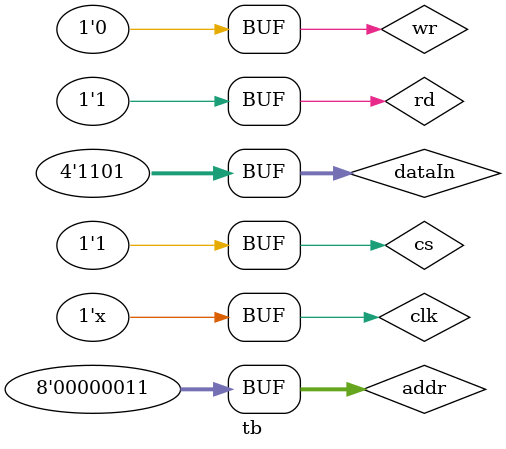
<source format=v>
`timescale 1ns / 1ps



module tb();
reg clk,cs,wr,rd;
reg [3:0] dataIn;
reg [7:0] addr;
wire [3:0]dataOut;

dual_port_ram uut(clk,cs,rd,wr,addr,dataIn,dataOut);


initial begin
clk=0;
cs=0;wr=0;rd=0;addr=0;dataIn=0;

#15
cs=1;
rd=0;
wr=1; 
addr=4'b0001;
dataIn=4'b1111;

#15
addr=4'b0010;
dataIn=4'b1110;

#15
addr=4'b0011;
dataIn=4'b1101;

#15
wr=0; rd=1;
#5
addr=4'b0001;
#5
addr=4'b0010;
#5
addr=4'b0011;
end
always clk= #5 ~clk;

endmodule

</source>
